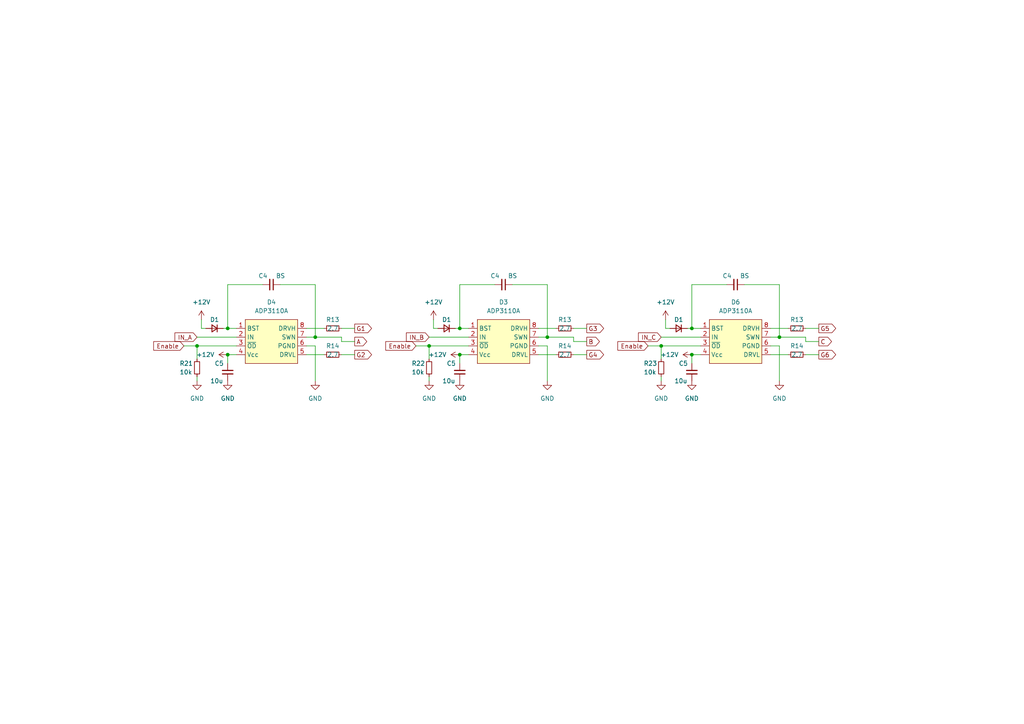
<source format=kicad_sch>
(kicad_sch (version 20230121) (generator eeschema)
  (paper "A4")
  (lib_symbols
    (symbol "Device:C_Small" (pin_numbers hide) (pin_names (offset 0.254) hide)
      (property "Reference" "C" (at 0.254 1.778 0))
      (property "Value" "C_Small" (at 0.254 -2.032 0))
      (symbol "C_Small_0_1"
        (polyline (pts (xy -1.524 -0.508) (xy 1.524 -0.508)) (stroke (width 0.3302)))
        (polyline (pts (xy -1.524 0.508) (xy 1.524 0.508)) (stroke (width 0.3048)))
      )
      (symbol "C_Small_1_1"
        (pin passive line (at 0 2.54 270) (length 2.032) (name "~") (number "1"))
        (pin passive line (at 0 -2.54 90) (length 2.032) (name "~") (number "2"))
      )
    )
    (symbol "Device:D_Small" (pin_numbers hide) (pin_names (offset 0.254) hide)
      (property "Reference" "D" (at -1.27 2.032 0))
      (property "Value" "D_Small" (at -3.81 -2.032 0))
      (symbol "D_Small_0_1"
        (polyline (pts (xy -0.762 -1.016) (xy -0.762 1.016)) (stroke (width 0.254)))
        (polyline (pts (xy -0.762 0) (xy 0.762 0)))
        (polyline (pts (xy 0.762 -1.016) (xy -0.762 0) (xy 0.762 1.016) (xy 0.762 -1.016)) (stroke (width 0.254)))
      )
      (symbol "D_Small_1_1"
        (pin passive line (at -2.54 0 0) (length 1.778) (name "K") (number "1"))
        (pin passive line (at 2.54 0 180) (length 1.778) (name "A") (number "2"))
      )
    )
    (symbol "Device:R_Small" (pin_numbers hide) (pin_names (offset 0.254) hide)
      (property "Reference" "R" (at 0.762 0.508 0))
      (property "Value" "R_Small" (at 0.762 -1.016 0))
      (symbol "R_Small_0_1"
        (rectangle (start -0.762 1.778) (end 0.762 -1.778) (stroke (width 0.2032)))
      )
      (symbol "R_Small_1_1"
        (pin passive line (at 0 2.54 270) (length 0.762) (name "~") (number "1"))
        (pin passive line (at 0 -2.54 90) (length 0.762) (name "~") (number "2"))
      )
    )
    (symbol "IGBT_MOSFET_Drivers:ADP3110A"
      (property "Reference" "D" (at 0 2.54 0))
      (property "Value" "ADP3110A" (at 0 0 0))
      (symbol "ADP3110A_1_1"
        (rectangle (start -7.62 -2.54) (end 7.62 -15.24) (fill (type background)))
        (pin input line (at -10.16 -5.08 0) (length 2.54) (name "BST") (number "1"))
        (pin input line (at -10.16 -7.62 0) (length 2.54) (name "IN") (number "2"))
        (pin input line (at -10.16 -10.16 0) (length 2.54) (name "~{OD}") (number "3"))
        (pin input line (at -10.16 -12.7 0) (length 2.54) (name "Vcc") (number "4"))
        (pin input line (at 10.16 -12.7 180) (length 2.54) (name "DRVL") (number "5"))
        (pin input line (at 10.16 -10.16 180) (length 2.54) (name "PGND") (number "6"))
        (pin input line (at 10.16 -7.62 180) (length 2.54) (name "SWN") (number "7"))
        (pin input line (at 10.16 -5.08 180) (length 2.54) (name "DRVH") (number "8"))
      )
    )
    (symbol "power:+12V" (power) (pin_names (offset 0))
      (property "Value" "+12V" (at 0 3.556 0))
      (symbol "+12V_0_1"
        (polyline (pts (xy -0.762 1.27) (xy 0 2.54)))
        (polyline (pts (xy 0 0) (xy 0 2.54)))
        (polyline (pts (xy 0 2.54) (xy 0.762 1.27)))
      )
      (symbol "+12V_1_1"
        (pin power_in line (at 0 0 90) (length 0) hide (name "+12V") (number "1"))
      )
    )
    (symbol "power:GND" (power) (pin_names (offset 0))
      (property "Value" "GND" (at 0 -3.81 0))
      (symbol "GND_0_1"
        (polyline (pts (xy 0 0) (xy 0 -1.27) (xy 1.27 -1.27) (xy 0 -2.54) (xy -1.27 -1.27) (xy 0 -1.27)))
      )
      (symbol "GND_1_1"
        (pin power_in line (at 0 0 270) (length 0) hide (name "GND") (number "1"))
      )
    )
  )
  (junction (at 226.06 97.79))
  (junction (at 133.35 95.25))
  (junction (at 91.44 97.79))
  (junction (at 200.66 95.25))
  (junction (at 191.77 100.33))
  (junction (at 66.04 102.87))
  (junction (at 57.15 100.33))
  (junction (at 200.66 102.87))
  (junction (at 158.75 97.79))
  (junction (at 133.35 102.87))
  (junction (at 66.04 95.25))
  (junction (at 124.46 100.33))
  (wire (pts (xy 124.46 109.22) (xy 124.46 110.49)))
  (wire (pts (xy 64.77 95.25) (xy 66.04 95.25)))
  (wire (pts (xy 124.46 100.33) (xy 124.46 104.14)))
  (wire (pts (xy 91.44 97.79) (xy 99.06 97.79)))
  (wire (pts (xy 193.04 92.71) (xy 193.04 95.25)))
  (wire (pts (xy 124.46 97.79) (xy 135.89 97.79)))
  (wire (pts (xy 199.39 95.25) (xy 200.66 95.25)))
  (wire (pts (xy 166.37 95.25) (xy 170.18 95.25)))
  (wire (pts (xy 166.37 102.87) (xy 170.18 102.87)))
  (wire (pts (xy 191.77 100.33) (xy 191.77 104.14)))
  (wire (pts (xy 88.9 100.33) (xy 91.44 100.33)))
  (wire (pts (xy 156.21 95.25) (xy 161.29 95.25)))
  (wire (pts (xy 200.66 102.87) (xy 200.66 105.41)))
  (wire (pts (xy 102.87 99.06) (xy 99.06 99.06)))
  (wire (pts (xy 88.9 97.79) (xy 91.44 97.79)))
  (wire (pts (xy 133.35 102.87) (xy 133.35 105.41)))
  (wire (pts (xy 158.75 100.33) (xy 158.75 110.49)))
  (wire (pts (xy 203.2 102.87) (xy 200.66 102.87)))
  (wire (pts (xy 125.73 92.71) (xy 125.73 95.25)))
  (wire (pts (xy 66.04 95.25) (xy 68.58 95.25)))
  (wire (pts (xy 58.42 92.71) (xy 58.42 95.25)))
  (wire (pts (xy 133.35 95.25) (xy 133.35 82.55)))
  (wire (pts (xy 191.77 97.79) (xy 203.2 97.79)))
  (wire (pts (xy 57.15 109.22) (xy 57.15 110.49)))
  (wire (pts (xy 91.44 82.55) (xy 91.44 97.79)))
  (wire (pts (xy 200.66 95.25) (xy 200.66 82.55)))
  (wire (pts (xy 81.28 82.55) (xy 91.44 82.55)))
  (wire (pts (xy 57.15 100.33) (xy 57.15 104.14)))
  (wire (pts (xy 133.35 82.55) (xy 143.51 82.55)))
  (wire (pts (xy 88.9 95.25) (xy 93.98 95.25)))
  (wire (pts (xy 57.15 100.33) (xy 68.58 100.33)))
  (wire (pts (xy 148.59 82.55) (xy 158.75 82.55)))
  (wire (pts (xy 120.65 100.33) (xy 124.46 100.33)))
  (wire (pts (xy 226.06 100.33) (xy 226.06 110.49)))
  (wire (pts (xy 66.04 102.87) (xy 66.04 105.41)))
  (wire (pts (xy 237.49 99.06) (xy 233.68 99.06)))
  (wire (pts (xy 215.9 82.55) (xy 226.06 82.55)))
  (wire (pts (xy 133.35 95.25) (xy 135.89 95.25)))
  (wire (pts (xy 166.37 99.06) (xy 166.37 97.79)))
  (wire (pts (xy 170.18 99.06) (xy 166.37 99.06)))
  (wire (pts (xy 223.52 102.87) (xy 228.6 102.87)))
  (wire (pts (xy 66.04 95.25) (xy 66.04 82.55)))
  (wire (pts (xy 88.9 102.87) (xy 93.98 102.87)))
  (wire (pts (xy 91.44 100.33) (xy 91.44 110.49)))
  (wire (pts (xy 233.68 102.87) (xy 237.49 102.87)))
  (wire (pts (xy 158.75 97.79) (xy 166.37 97.79)))
  (wire (pts (xy 156.21 102.87) (xy 161.29 102.87)))
  (wire (pts (xy 200.66 82.55) (xy 210.82 82.55)))
  (wire (pts (xy 233.68 95.25) (xy 237.49 95.25)))
  (wire (pts (xy 223.52 95.25) (xy 228.6 95.25)))
  (wire (pts (xy 193.04 95.25) (xy 194.31 95.25)))
  (wire (pts (xy 135.89 102.87) (xy 133.35 102.87)))
  (wire (pts (xy 233.68 99.06) (xy 233.68 97.79)))
  (wire (pts (xy 68.58 102.87) (xy 66.04 102.87)))
  (wire (pts (xy 226.06 97.79) (xy 233.68 97.79)))
  (wire (pts (xy 124.46 100.33) (xy 135.89 100.33)))
  (wire (pts (xy 200.66 95.25) (xy 203.2 95.25)))
  (wire (pts (xy 53.34 100.33) (xy 57.15 100.33)))
  (wire (pts (xy 226.06 82.55) (xy 226.06 97.79)))
  (wire (pts (xy 58.42 95.25) (xy 59.69 95.25)))
  (wire (pts (xy 156.21 97.79) (xy 158.75 97.79)))
  (wire (pts (xy 187.96 100.33) (xy 191.77 100.33)))
  (wire (pts (xy 223.52 97.79) (xy 226.06 97.79)))
  (wire (pts (xy 132.08 95.25) (xy 133.35 95.25)))
  (wire (pts (xy 99.06 99.06) (xy 99.06 97.79)))
  (wire (pts (xy 99.06 95.25) (xy 102.87 95.25)))
  (wire (pts (xy 99.06 102.87) (xy 102.87 102.87)))
  (wire (pts (xy 156.21 100.33) (xy 158.75 100.33)))
  (wire (pts (xy 57.15 97.79) (xy 68.58 97.79)))
  (wire (pts (xy 191.77 100.33) (xy 203.2 100.33)))
  (wire (pts (xy 223.52 100.33) (xy 226.06 100.33)))
  (wire (pts (xy 66.04 82.55) (xy 76.2 82.55)))
  (wire (pts (xy 158.75 82.55) (xy 158.75 97.79)))
  (wire (pts (xy 125.73 95.25) (xy 127 95.25)))
  (wire (pts (xy 191.77 109.22) (xy 191.77 110.49)))
  (global_label "IN_A" (shape input) (at 57.15 97.79 180) (property "Intersheetrefs" "${INTERSHEET_REFS}" (effects hide)))
  (global_label "Enable" (shape input) (at 187.96 100.33 180) (property "Intersheetrefs" "${INTERSHEET_REFS}" (effects hide)))
  (global_label "Enable" (shape input) (at 120.65 100.33 180) (property "Intersheetrefs" "${INTERSHEET_REFS}" (effects hide)))
  (global_label "G5" (shape output) (at 237.49 95.25 0) (property "Intersheetrefs" "${INTERSHEET_REFS}" (effects hide)))
  (global_label "G1" (shape output) (at 102.87 95.25 0) (property "Intersheetrefs" "${INTERSHEET_REFS}" (effects hide)))
  (global_label "IN_C" (shape input) (at 191.77 97.79 180) (property "Intersheetrefs" "${INTERSHEET_REFS}" (effects hide)))
  (global_label "G4" (shape output) (at 170.18 102.87 0) (property "Intersheetrefs" "${INTERSHEET_REFS}" (effects hide)))
  (global_label "B" (shape output) (at 170.18 99.06 0) (property "Intersheetrefs" "${INTERSHEET_REFS}" (effects hide)))
  (global_label "G6" (shape output) (at 237.49 102.87 0) (property "Intersheetrefs" "${INTERSHEET_REFS}" (effects hide)))
  (global_label "C" (shape output) (at 237.49 99.06 0) (property "Intersheetrefs" "${INTERSHEET_REFS}" (effects hide)))
  (global_label "IN_B" (shape input) (at 124.46 97.79 180) (property "Intersheetrefs" "${INTERSHEET_REFS}" (effects hide)))
  (global_label "G3" (shape output) (at 170.18 95.25 0) (property "Intersheetrefs" "${INTERSHEET_REFS}" (effects hide)))
  (global_label "Enable" (shape input) (at 53.34 100.33 180) (property "Intersheetrefs" "${INTERSHEET_REFS}" (effects hide)))
  (global_label "G2" (shape output) (at 102.87 102.87 0) (property "Intersheetrefs" "${INTERSHEET_REFS}" (effects hide)))
  (global_label "A" (shape output) (at 102.87 99.06 0) (property "Intersheetrefs" "${INTERSHEET_REFS}" (effects hide)))
  (symbol (lib_id "Device:D_Small") (at 62.23 95.25 180) (unit 1)
    (property "Reference" "D1" (at 62.23 92.71 0))
    (property "Value" "D_Small" (effects hide))
    (property "Footprint" "Diode_SMD:D_SOD-323" (effects hide))
    (property "Sim.Device" "D" (effects hide))
    (property "Sim.Pins" "1=K 2=A" (effects hide))
    (instances (project "Силовая плата" (path "" (reference "D1") (unit 1)) (path "" (reference "D1") (unit 1)) (path "" (reference "D4") (unit 1))))
  )
  (symbol (lib_id "power:+12V") (at 125.73 92.71 0) (unit 1)
    (property "Reference" "#PWR031" (effects hide))
    (property "Value" "+12V" (at 125.73 87.63 0))
  )
  (symbol (lib_id "Device:R_Small") (at 231.14 102.87 90) (unit 1)
    (property "Reference" "R14" (at 231.14 100.33 90))
    (property "Value" "2.7" (at 231.14 102.87 90))
    (property "Footprint" "Resistor_SMD:R_0805_2012Metric_Pad1.20x1.40mm_HandSolder" (effects hide))
    (instances (project "Силовая плата" (path "" (reference "R14") (unit 1)) (path "" (reference "R18") (unit 1)) (path "" (reference "R20") (unit 1))))
  )
  (symbol (lib_id "Device:C_Small") (at 213.36 82.55 270) (unit 1)
    (property "Reference" "C4" (at 209.55 80.01 90) (effects (justify left)))
    (property "Value" "BS" (at 214.63 80.01 90) (effects (justify left)))
    (property "Footprint" "Capacitor_SMD:C_0805_2012Metric_Pad1.18x1.45mm_HandSolder" (effects hide))
    (instances (project "Силовая плата" (path "" (reference "C4") (unit 1)) (path "" (reference "C9") (unit 1)) (path "" (reference "C12") (unit 1))))
  )
  (symbol (lib_id "Device:R_Small") (at 231.14 95.25 90) (unit 1)
    (property "Reference" "R13" (at 231.14 92.71 90))
    (property "Value" "2.7" (at 231.14 95.25 90))
    (property "Footprint" "Resistor_SMD:R_0805_2012Metric_Pad1.20x1.40mm_HandSolder" (effects hide))
    (instances (project "Силовая плата" (path "" (reference "R13") (unit 1)) (path "" (reference "R17") (unit 1)) (path "" (reference "R19") (unit 1))))
  )
  (symbol (lib_id "power:+12V") (at 133.35 102.87 90) (unit 1)
    (property "Reference" "#PWR041" (effects hide))
    (property "Value" "+12V" (at 129.54 102.87 90) (effects (justify left)))
  )
  (symbol (lib_id "Device:D_Small") (at 129.54 95.25 180) (unit 1)
    (property "Reference" "D1" (at 129.54 92.71 0))
    (property "Value" "D_Small" (effects hide))
    (property "Footprint" "Diode_SMD:D_SOD-323" (effects hide))
    (property "Sim.Device" "D" (effects hide))
    (property "Sim.Pins" "1=K 2=A" (effects hide))
    (instances (project "Силовая плата" (path "" (reference "D1") (unit 1)) (path "" (reference "D2") (unit 1)) (path "" (reference "D4") (unit 1))))
  )
  (symbol (lib_id "power:GND") (at 66.04 110.49 0) (unit 1)
    (property "Reference" "#PWR028" (effects hide))
    (property "Value" "GND" (at 66.04 115.57 0))
  )
  (symbol (lib_id "Device:R_Small") (at 96.52 95.25 90) (unit 1)
    (property "Reference" "R13" (at 96.52 92.71 90))
    (property "Value" "2.7" (at 96.52 95.25 90))
    (property "Footprint" "Resistor_SMD:R_0805_2012Metric_Pad1.20x1.40mm_HandSolder" (effects hide))
    (instances (project "Силовая плата" (path "" (reference "R13") (unit 1)) (path "" (reference "R13") (unit 1)) (path "" (reference "R19") (unit 1))))
  )
  (symbol (lib_id "Device:R_Small") (at 163.83 95.25 90) (unit 1)
    (property "Reference" "R13" (at 163.83 92.71 90))
    (property "Value" "2.7" (at 163.83 95.25 90))
    (property "Footprint" "Resistor_SMD:R_0805_2012Metric_Pad1.20x1.40mm_HandSolder" (effects hide))
    (instances (project "Силовая плата" (path "" (reference "R13") (unit 1)) (path "" (reference "R15") (unit 1)) (path "" (reference "R19") (unit 1))))
  )
  (symbol (lib_id "Device:R_Small") (at 96.52 102.87 90) (unit 1)
    (property "Reference" "R14" (at 96.52 100.33 90))
    (property "Value" "2.7" (at 96.52 102.87 90))
    (property "Footprint" "Resistor_SMD:R_0805_2012Metric_Pad1.20x1.40mm_HandSolder" (effects hide))
    (instances (project "Силовая плата" (path "" (reference "R14") (unit 1)) (path "" (reference "R14") (unit 1)) (path "" (reference "R20") (unit 1))))
  )
  (symbol (lib_id "power:GND") (at 158.75 110.49 0) (unit 1)
    (property "Reference" "#PWR033" (effects hide))
    (property "Value" "GND" (at 158.75 115.57 0))
  )
  (symbol (lib_id "Device:R_Small") (at 191.77 106.68 180) (unit 1)
    (property "Reference" "R23" (at 186.69 105.41 0) (effects (justify right)))
    (property "Value" "10k" (at 186.69 107.95 0) (effects (justify right)))
    (property "Footprint" "Resistor_SMD:R_0805_2012Metric_Pad1.20x1.40mm_HandSolder" (effects hide))
  )
  (symbol (lib_id "power:+12V") (at 66.04 102.87 90) (unit 1)
    (property "Reference" "#PWR040" (effects hide))
    (property "Value" "+12V" (at 62.23 102.87 90) (effects (justify left)))
  )
  (symbol (lib_id "power:GND") (at 226.06 110.49 0) (unit 1)
    (property "Reference" "#PWR036" (effects hide))
    (property "Value" "GND" (at 226.06 115.57 0))
  )
  (symbol (lib_id "power:GND") (at 124.46 110.49 0) (unit 1)
    (property "Reference" "#PWR038" (effects hide))
    (property "Value" "GND" (at 124.46 115.57 0))
  )
  (symbol (lib_id "power:+12V") (at 58.42 92.71 0) (unit 1)
    (property "Reference" "#PWR030" (effects hide))
    (property "Value" "+12V" (at 58.42 87.63 0))
  )
  (symbol (lib_id "Device:C_Small") (at 66.04 107.95 180) (unit 1)
    (property "Reference" "C5" (at 62.23 105.41 0) (effects (justify right)))
    (property "Value" "10u" (at 60.96 110.49 0) (effects (justify right)))
    (property "Footprint" "Capacitor_SMD:C_0805_2012Metric_Pad1.18x1.45mm_HandSolder" (effects hide))
    (instances (project "Силовая плата" (path "" (reference "C5") (unit 1)) (path "" (reference "C4") (unit 1)) (path "" (reference "C11") (unit 1))))
  )
  (symbol (lib_id "power:GND") (at 133.35 110.49 0) (unit 1)
    (property "Reference" "#PWR032" (effects hide))
    (property "Value" "GND" (at 133.35 115.57 0))
  )
  (symbol (lib_id "IGBT_MOSFET_Drivers:ADP3110A") (at 146.05 90.17 0) (unit 1)
    (property "Reference" "D3" (at 146.05 87.63 0))
    (property "Value" "ADP3110A" (at 146.05 90.17 0))
    (property "Footprint" "Package_DFN_QFN:DFN-8-1EP_3x3mm_P0.65mm_EP1.7x2.05mm" (effects hide))
  )
  (symbol (lib_id "power:GND") (at 191.77 110.49 0) (unit 1)
    (property "Reference" "#PWR039" (effects hide))
    (property "Value" "GND" (at 191.77 115.57 0))
  )
  (symbol (lib_id "IGBT_MOSFET_Drivers:ADP3110A") (at 78.74 90.17 0) (unit 1)
    (property "Reference" "D4" (at 78.74 87.63 0))
    (property "Value" "ADP3110A" (at 78.74 90.17 0))
    (property "Footprint" "Package_DFN_QFN:DFN-8-1EP_3x3mm_P0.65mm_EP1.7x2.05mm" (effects hide))
  )
  (symbol (lib_id "power:+12V") (at 193.04 92.71 0) (unit 1)
    (property "Reference" "#PWR034" (effects hide))
    (property "Value" "+12V" (at 193.04 87.63 0))
  )
  (symbol (lib_id "power:GND") (at 200.66 110.49 0) (unit 1)
    (property "Reference" "#PWR035" (effects hide))
    (property "Value" "GND" (at 200.66 115.57 0))
  )
  (symbol (lib_id "Device:R_Small") (at 124.46 106.68 180) (unit 1)
    (property "Reference" "R22" (at 119.38 105.41 0) (effects (justify right)))
    (property "Value" "10k" (at 119.38 107.95 0) (effects (justify right)))
    (property "Footprint" "Resistor_SMD:R_0805_2012Metric_Pad1.20x1.40mm_HandSolder" (effects hide))
  )
  (symbol (lib_id "Device:C_Small") (at 133.35 107.95 180) (unit 1)
    (property "Reference" "C5" (at 129.54 105.41 0) (effects (justify right)))
    (property "Value" "10u" (at 128.27 110.49 0) (effects (justify right)))
    (property "Footprint" "Capacitor_SMD:C_0805_2012Metric_Pad1.18x1.45mm_HandSolder" (effects hide))
    (instances (project "Силовая плата" (path "" (reference "C5") (unit 1)) (path "" (reference "C6") (unit 1)) (path "" (reference "C11") (unit 1))))
  )
  (symbol (lib_id "Device:C_Small") (at 200.66 107.95 180) (unit 1)
    (property "Reference" "C5" (at 196.85 105.41 0) (effects (justify right)))
    (property "Value" "10u" (at 195.58 110.49 0) (effects (justify right)))
    (property "Footprint" "Capacitor_SMD:C_0805_2012Metric_Pad1.18x1.45mm_HandSolder" (effects hide))
    (instances (project "Силовая плата" (path "" (reference "C5") (unit 1)) (path "" (reference "C8") (unit 1)) (path "" (reference "C11") (unit 1))))
  )
  (symbol (lib_id "Device:R_Small") (at 163.83 102.87 90) (unit 1)
    (property "Reference" "R14" (at 163.83 100.33 90))
    (property "Value" "2.7" (at 163.83 102.87 90))
    (property "Footprint" "Resistor_SMD:R_0805_2012Metric_Pad1.20x1.40mm_HandSolder" (effects hide))
    (instances (project "Силовая плата" (path "" (reference "R14") (unit 1)) (path "" (reference "R16") (unit 1)) (path "" (reference "R20") (unit 1))))
  )
  (symbol (lib_id "Device:R_Small") (at 57.15 106.68 180) (unit 1)
    (property "Reference" "R21" (at 52.07 105.41 0) (effects (justify right)))
    (property "Value" "10k" (at 52.07 107.95 0) (effects (justify right)))
    (property "Footprint" "Resistor_SMD:R_0805_2012Metric_Pad1.20x1.40mm_HandSolder" (effects hide))
  )
  (symbol (lib_id "Device:C_Small") (at 78.74 82.55 270) (unit 1)
    (property "Reference" "C4" (at 74.93 80.01 90) (effects (justify left)))
    (property "Value" "BS" (at 80.01 80.01 90) (effects (justify left)))
    (property "Footprint" "Capacitor_SMD:C_0805_2012Metric_Pad1.18x1.45mm_HandSolder" (effects hide))
    (instances (project "Силовая плата" (path "" (reference "C4") (unit 1)) (path "" (reference "C5") (unit 1)) (path "" (reference "C12") (unit 1))))
  )
  (symbol (lib_id "IGBT_MOSFET_Drivers:ADP3110A") (at 213.36 90.17 0) (unit 1)
    (property "Reference" "D6" (at 213.36 87.63 0))
    (property "Value" "ADP3110A" (at 213.36 90.17 0))
    (property "Footprint" "Package_DFN_QFN:DFN-8-1EP_3x3mm_P0.65mm_EP1.7x2.05mm" (effects hide))
  )
  (symbol (lib_id "Device:C_Small") (at 146.05 82.55 270) (unit 1)
    (property "Reference" "C4" (at 142.24 80.01 90) (effects (justify left)))
    (property "Value" "BS" (at 147.32 80.01 90) (effects (justify left)))
    (property "Footprint" "Capacitor_SMD:C_0805_2012Metric_Pad1.18x1.45mm_HandSolder" (effects hide))
    (instances (project "Силовая плата" (path "" (reference "C4") (unit 1)) (path "" (reference "C7") (unit 1)) (path "" (reference "C12") (unit 1))))
  )
  (symbol (lib_id "power:+12V") (at 200.66 102.87 90) (unit 1)
    (property "Reference" "#PWR042" (effects hide))
    (property "Value" "+12V" (at 196.85 102.87 90) (effects (justify left)))
  )
  (symbol (lib_id "power:GND") (at 57.15 110.49 0) (unit 1)
    (property "Reference" "#PWR037" (effects hide))
    (property "Value" "GND" (at 57.15 115.57 0))
  )
  (symbol (lib_id "power:GND") (at 91.44 110.49 0) (unit 1)
    (property "Reference" "#PWR029" (effects hide))
    (property "Value" "GND" (at 91.44 115.57 0))
  )
  (symbol (lib_id "Device:D_Small") (at 196.85 95.25 180) (unit 1)
    (property "Reference" "D1" (at 196.85 92.71 0))
    (property "Value" "D_Small" (effects hide))
    (property "Footprint" "Diode_SMD:D_SOD-323" (effects hide))
    (property "Sim.Device" "D" (effects hide))
    (property "Sim.Pins" "1=K 2=A" (effects hide))
    (instances (project "Силовая плата" (path "" (reference "D1") (unit 1)) (path "" (reference "D5") (unit 1)) (path "" (reference "D4") (unit 1))))
  )
)
</source>
